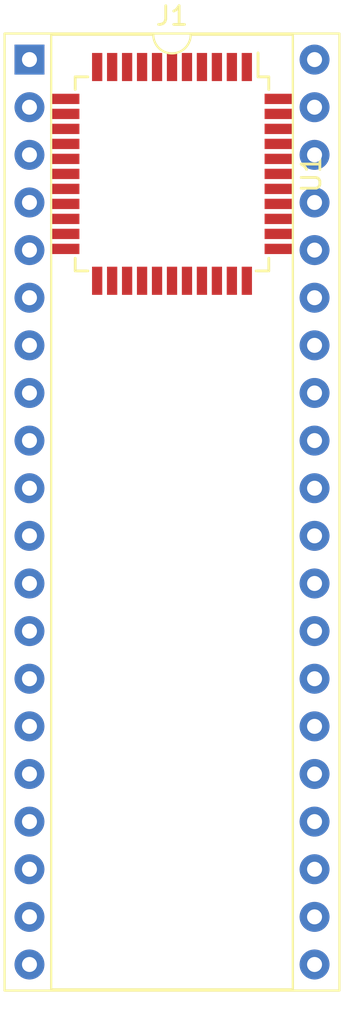
<source format=kicad_pcb>
(kicad_pcb (version 20171130) (host pcbnew 5.1.6)

  (general
    (thickness 1.6)
    (drawings 0)
    (tracks 0)
    (zones 0)
    (modules 2)
    (nets 55)
  )

  (page A4)
  (layers
    (0 F.Cu signal)
    (31 B.Cu signal)
    (32 B.Adhes user)
    (33 F.Adhes user)
    (34 B.Paste user)
    (35 F.Paste user)
    (36 B.SilkS user)
    (37 F.SilkS user)
    (38 B.Mask user)
    (39 F.Mask user)
    (40 Dwgs.User user)
    (41 Cmts.User user)
    (42 Eco1.User user)
    (43 Eco2.User user)
    (44 Edge.Cuts user)
    (45 Margin user)
    (46 B.CrtYd user)
    (47 F.CrtYd user)
    (48 B.Fab user)
    (49 F.Fab user)
  )

  (setup
    (last_trace_width 0.25)
    (trace_clearance 0.2)
    (zone_clearance 0.508)
    (zone_45_only no)
    (trace_min 0.2)
    (via_size 0.8)
    (via_drill 0.4)
    (via_min_size 0.4)
    (via_min_drill 0.3)
    (uvia_size 0.3)
    (uvia_drill 0.1)
    (uvias_allowed no)
    (uvia_min_size 0.2)
    (uvia_min_drill 0.1)
    (edge_width 0.05)
    (segment_width 0.2)
    (pcb_text_width 0.3)
    (pcb_text_size 1.5 1.5)
    (mod_edge_width 0.12)
    (mod_text_size 1 1)
    (mod_text_width 0.15)
    (pad_size 1.524 1.524)
    (pad_drill 0.762)
    (pad_to_mask_clearance 0.05)
    (aux_axis_origin 0 0)
    (visible_elements FFFFFF7F)
    (pcbplotparams
      (layerselection 0x010fc_ffffffff)
      (usegerberextensions false)
      (usegerberattributes true)
      (usegerberadvancedattributes true)
      (creategerberjobfile true)
      (excludeedgelayer true)
      (linewidth 0.100000)
      (plotframeref false)
      (viasonmask false)
      (mode 1)
      (useauxorigin false)
      (hpglpennumber 1)
      (hpglpenspeed 20)
      (hpglpendiameter 15.000000)
      (psnegative false)
      (psa4output false)
      (plotreference true)
      (plotvalue true)
      (plotinvisibletext false)
      (padsonsilk false)
      (subtractmaskfromsilk false)
      (outputformat 1)
      (mirror false)
      (drillshape 1)
      (scaleselection 1)
      (outputdirectory ""))
  )

  (net 0 "")
  (net 1 /VDD)
  (net 2 "Net-(J1-Pad20)")
  (net 3 GND)
  (net 4 /RAMRST)
  (net 5 /AD1)
  (net 6 /AD3)
  (net 7 /INTR)
  (net 8 /AD5)
  (net 9 /~A)
  (net 10 /AD7)
  (net 11 /CLK)
  (net 12 /A9)
  (net 13 /ALE)
  (net 14 /A11)
  (net 15 /IO\~M)
  (net 16 /A13)
  (net 17 /~RD)
  (net 18 /A15)
  (net 19 /A14)
  (net 20 /~WR)
  (net 21 /A12)
  (net 22 /S0)
  (net 23 /A10)
  (net 24 /S1)
  (net 25 /A8)
  (net 26 /~Y0)
  (net 27 /AD6)
  (net 28 /~RESET)
  (net 29 /AD4)
  (net 30 /INTA)
  (net 31 /AD2)
  (net 32 /AD0)
  (net 33 "Net-(J1-Pad22)")
  (net 34 "Net-(J1-Pad21)")
  (net 35 "Net-(U1-Pad44)")
  (net 36 "Net-(U1-Pad38)")
  (net 37 +3V3)
  (net 38 "Net-(U1-Pad32)")
  (net 39 "Net-(U1-Pad20)")
  (net 40 "Net-(U1-Pad19)")
  (net 41 "Net-(U1-Pad18)")
  (net 42 "Net-(U1-Pad16)")
  (net 43 "Net-(U1-Pad14)")
  (net 44 "Net-(U1-Pad13)")
  (net 45 "Net-(U1-Pad12)")
  (net 46 "Net-(U1-Pad11)")
  (net 47 "Net-(U1-Pad9)")
  (net 48 "Net-(U1-Pad8)")
  (net 49 "Net-(U1-Pad7)")
  (net 50 "Net-(U1-Pad6)")
  (net 51 "Net-(U1-Pad5)")
  (net 52 /LED)
  (net 53 "Net-(U1-Pad2)")
  (net 54 "Net-(U1-Pad1)")

  (net_class Default "This is the default net class."
    (clearance 0.2)
    (trace_width 0.25)
    (via_dia 0.8)
    (via_drill 0.4)
    (uvia_dia 0.3)
    (uvia_drill 0.1)
    (add_net +3V3)
    (add_net /A10)
    (add_net /A11)
    (add_net /A12)
    (add_net /A13)
    (add_net /A14)
    (add_net /A15)
    (add_net /A8)
    (add_net /A9)
    (add_net /AD0)
    (add_net /AD1)
    (add_net /AD2)
    (add_net /AD3)
    (add_net /AD4)
    (add_net /AD5)
    (add_net /AD6)
    (add_net /AD7)
    (add_net /ALE)
    (add_net /CLK)
    (add_net /INTA)
    (add_net /INTR)
    (add_net /IO\~M)
    (add_net /LED)
    (add_net /RAMRST)
    (add_net /S0)
    (add_net /S1)
    (add_net /VDD)
    (add_net /~A)
    (add_net /~RD)
    (add_net /~RESET)
    (add_net /~WR)
    (add_net /~Y0)
    (add_net GND)
    (add_net "Net-(J1-Pad20)")
    (add_net "Net-(J1-Pad21)")
    (add_net "Net-(J1-Pad22)")
    (add_net "Net-(U1-Pad1)")
    (add_net "Net-(U1-Pad11)")
    (add_net "Net-(U1-Pad12)")
    (add_net "Net-(U1-Pad13)")
    (add_net "Net-(U1-Pad14)")
    (add_net "Net-(U1-Pad16)")
    (add_net "Net-(U1-Pad18)")
    (add_net "Net-(U1-Pad19)")
    (add_net "Net-(U1-Pad2)")
    (add_net "Net-(U1-Pad20)")
    (add_net "Net-(U1-Pad32)")
    (add_net "Net-(U1-Pad38)")
    (add_net "Net-(U1-Pad44)")
    (add_net "Net-(U1-Pad5)")
    (add_net "Net-(U1-Pad6)")
    (add_net "Net-(U1-Pad7)")
    (add_net "Net-(U1-Pad8)")
    (add_net "Net-(U1-Pad9)")
  )

  (module Package_QFP:TQFP-44_10x10mm_P0.8mm (layer F.Cu) (tedit 5A02F146) (tstamp 5F6D459F)
    (at 152.4 83.312 270)
    (descr "44-Lead Plastic Thin Quad Flatpack (PT) - 10x10x1.0 mm Body [TQFP] (see Microchip Packaging Specification 00000049BS.pdf)")
    (tags "QFP 0.8")
    (path /5F8CB097)
    (attr smd)
    (fp_text reference U1 (at 0 -7.45 90) (layer F.SilkS)
      (effects (font (size 1 1) (thickness 0.15)))
    )
    (fp_text value EPM3064Axx-44 (at 0 7.45 90) (layer F.Fab)
      (effects (font (size 1 1) (thickness 0.15)))
    )
    (fp_text user %R (at 0 0 90) (layer F.Fab)
      (effects (font (size 1 1) (thickness 0.15)))
    )
    (fp_line (start -4 -5) (end 5 -5) (layer F.Fab) (width 0.15))
    (fp_line (start 5 -5) (end 5 5) (layer F.Fab) (width 0.15))
    (fp_line (start 5 5) (end -5 5) (layer F.Fab) (width 0.15))
    (fp_line (start -5 5) (end -5 -4) (layer F.Fab) (width 0.15))
    (fp_line (start -5 -4) (end -4 -5) (layer F.Fab) (width 0.15))
    (fp_line (start -6.7 -6.7) (end -6.7 6.7) (layer F.CrtYd) (width 0.05))
    (fp_line (start 6.7 -6.7) (end 6.7 6.7) (layer F.CrtYd) (width 0.05))
    (fp_line (start -6.7 -6.7) (end 6.7 -6.7) (layer F.CrtYd) (width 0.05))
    (fp_line (start -6.7 6.7) (end 6.7 6.7) (layer F.CrtYd) (width 0.05))
    (fp_line (start -5.175 -5.175) (end -5.175 -4.6) (layer F.SilkS) (width 0.15))
    (fp_line (start 5.175 -5.175) (end 5.175 -4.5) (layer F.SilkS) (width 0.15))
    (fp_line (start 5.175 5.175) (end 5.175 4.5) (layer F.SilkS) (width 0.15))
    (fp_line (start -5.175 5.175) (end -5.175 4.5) (layer F.SilkS) (width 0.15))
    (fp_line (start -5.175 -5.175) (end -4.5 -5.175) (layer F.SilkS) (width 0.15))
    (fp_line (start -5.175 5.175) (end -4.5 5.175) (layer F.SilkS) (width 0.15))
    (fp_line (start 5.175 5.175) (end 4.5 5.175) (layer F.SilkS) (width 0.15))
    (fp_line (start 5.175 -5.175) (end 4.5 -5.175) (layer F.SilkS) (width 0.15))
    (fp_line (start -5.175 -4.6) (end -6.45 -4.6) (layer F.SilkS) (width 0.15))
    (pad 44 smd rect (at -4 -5.7) (size 1.5 0.55) (layers F.Cu F.Paste F.Mask)
      (net 35 "Net-(U1-Pad44)"))
    (pad 43 smd rect (at -3.2 -5.7) (size 1.5 0.55) (layers F.Cu F.Paste F.Mask)
      (net 11 /CLK))
    (pad 42 smd rect (at -2.4 -5.7) (size 1.5 0.55) (layers F.Cu F.Paste F.Mask)
      (net 3 GND))
    (pad 41 smd rect (at -1.6 -5.7) (size 1.5 0.55) (layers F.Cu F.Paste F.Mask)
      (net 5 /AD1))
    (pad 40 smd rect (at -0.8 -5.7) (size 1.5 0.55) (layers F.Cu F.Paste F.Mask)
      (net 32 /AD0))
    (pad 39 smd rect (at 0 -5.7) (size 1.5 0.55) (layers F.Cu F.Paste F.Mask)
      (net 31 /AD2))
    (pad 38 smd rect (at 0.8 -5.7) (size 1.5 0.55) (layers F.Cu F.Paste F.Mask)
      (net 36 "Net-(U1-Pad38)"))
    (pad 37 smd rect (at 1.6 -5.7) (size 1.5 0.55) (layers F.Cu F.Paste F.Mask)
      (net 6 /AD3))
    (pad 36 smd rect (at 2.4 -5.7) (size 1.5 0.55) (layers F.Cu F.Paste F.Mask)
      (net 3 GND))
    (pad 35 smd rect (at 3.2 -5.7) (size 1.5 0.55) (layers F.Cu F.Paste F.Mask)
      (net 37 +3V3))
    (pad 34 smd rect (at 4 -5.7) (size 1.5 0.55) (layers F.Cu F.Paste F.Mask)
      (net 8 /AD5))
    (pad 33 smd rect (at 5.7 -4 270) (size 1.5 0.55) (layers F.Cu F.Paste F.Mask)
      (net 29 /AD4))
    (pad 32 smd rect (at 5.7 -3.2 270) (size 1.5 0.55) (layers F.Cu F.Paste F.Mask)
      (net 38 "Net-(U1-Pad32)"))
    (pad 31 smd rect (at 5.7 -2.4 270) (size 1.5 0.55) (layers F.Cu F.Paste F.Mask)
      (net 27 /AD6))
    (pad 30 smd rect (at 5.7 -1.6 270) (size 1.5 0.55) (layers F.Cu F.Paste F.Mask)
      (net 3 GND))
    (pad 29 smd rect (at 5.7 -0.8 270) (size 1.5 0.55) (layers F.Cu F.Paste F.Mask)
      (net 10 /AD7))
    (pad 28 smd rect (at 5.7 0 270) (size 1.5 0.55) (layers F.Cu F.Paste F.Mask)
      (net 19 /A14))
    (pad 27 smd rect (at 5.7 0.8 270) (size 1.5 0.55) (layers F.Cu F.Paste F.Mask)
      (net 18 /A15))
    (pad 26 smd rect (at 5.7 1.6 270) (size 1.5 0.55) (layers F.Cu F.Paste F.Mask)
      (net 17 /~RD))
    (pad 25 smd rect (at 5.7 2.4 270) (size 1.5 0.55) (layers F.Cu F.Paste F.Mask)
      (net 20 /~WR))
    (pad 24 smd rect (at 5.7 3.2 270) (size 1.5 0.55) (layers F.Cu F.Paste F.Mask)
      (net 15 /IO\~M))
    (pad 23 smd rect (at 5.7 4 270) (size 1.5 0.55) (layers F.Cu F.Paste F.Mask)
      (net 37 +3V3))
    (pad 22 smd rect (at 4 5.7) (size 1.5 0.55) (layers F.Cu F.Paste F.Mask)
      (net 3 GND))
    (pad 21 smd rect (at 3.2 5.7) (size 1.5 0.55) (layers F.Cu F.Paste F.Mask)
      (net 13 /ALE))
    (pad 20 smd rect (at 2.4 5.7) (size 1.5 0.55) (layers F.Cu F.Paste F.Mask)
      (net 39 "Net-(U1-Pad20)"))
    (pad 19 smd rect (at 1.6 5.7) (size 1.5 0.55) (layers F.Cu F.Paste F.Mask)
      (net 40 "Net-(U1-Pad19)"))
    (pad 18 smd rect (at 0.8 5.7) (size 1.5 0.55) (layers F.Cu F.Paste F.Mask)
      (net 41 "Net-(U1-Pad18)"))
    (pad 17 smd rect (at 0 5.7) (size 1.5 0.55) (layers F.Cu F.Paste F.Mask)
      (net 3 GND))
    (pad 16 smd rect (at -0.8 5.7) (size 1.5 0.55) (layers F.Cu F.Paste F.Mask)
      (net 42 "Net-(U1-Pad16)"))
    (pad 15 smd rect (at -1.6 5.7) (size 1.5 0.55) (layers F.Cu F.Paste F.Mask)
      (net 37 +3V3))
    (pad 14 smd rect (at -2.4 5.7) (size 1.5 0.55) (layers F.Cu F.Paste F.Mask)
      (net 43 "Net-(U1-Pad14)"))
    (pad 13 smd rect (at -3.2 5.7) (size 1.5 0.55) (layers F.Cu F.Paste F.Mask)
      (net 44 "Net-(U1-Pad13)"))
    (pad 12 smd rect (at -4 5.7) (size 1.5 0.55) (layers F.Cu F.Paste F.Mask)
      (net 45 "Net-(U1-Pad12)"))
    (pad 11 smd rect (at -5.7 4 270) (size 1.5 0.55) (layers F.Cu F.Paste F.Mask)
      (net 46 "Net-(U1-Pad11)"))
    (pad 10 smd rect (at -5.7 3.2 270) (size 1.5 0.55) (layers F.Cu F.Paste F.Mask)
      (net 3 GND))
    (pad 9 smd rect (at -5.7 2.4 270) (size 1.5 0.55) (layers F.Cu F.Paste F.Mask)
      (net 47 "Net-(U1-Pad9)"))
    (pad 8 smd rect (at -5.7 1.6 270) (size 1.5 0.55) (layers F.Cu F.Paste F.Mask)
      (net 48 "Net-(U1-Pad8)"))
    (pad 7 smd rect (at -5.7 0.8 270) (size 1.5 0.55) (layers F.Cu F.Paste F.Mask)
      (net 49 "Net-(U1-Pad7)"))
    (pad 6 smd rect (at -5.7 0 270) (size 1.5 0.55) (layers F.Cu F.Paste F.Mask)
      (net 50 "Net-(U1-Pad6)"))
    (pad 5 smd rect (at -5.7 -0.8 270) (size 1.5 0.55) (layers F.Cu F.Paste F.Mask)
      (net 51 "Net-(U1-Pad5)"))
    (pad 4 smd rect (at -5.7 -1.6 270) (size 1.5 0.55) (layers F.Cu F.Paste F.Mask)
      (net 52 /LED))
    (pad 3 smd rect (at -5.7 -2.4 270) (size 1.5 0.55) (layers F.Cu F.Paste F.Mask)
      (net 37 +3V3))
    (pad 2 smd rect (at -5.7 -3.2 270) (size 1.5 0.55) (layers F.Cu F.Paste F.Mask)
      (net 53 "Net-(U1-Pad2)"))
    (pad 1 smd rect (at -5.7 -4 270) (size 1.5 0.55) (layers F.Cu F.Paste F.Mask)
      (net 54 "Net-(U1-Pad1)"))
    (model ${KISYS3DMOD}/Package_QFP.3dshapes/TQFP-44_10x10mm_P0.8mm.wrl
      (at (xyz 0 0 0))
      (scale (xyz 1 1 1))
      (rotate (xyz 0 0 0))
    )
  )

  (module Package_DIP:DIP-40_W15.24mm_Socket (layer F.Cu) (tedit 5A02E8C5) (tstamp 5F6D52E8)
    (at 144.78 77.216)
    (descr "40-lead though-hole mounted DIP package, row spacing 15.24 mm (600 mils), Socket")
    (tags "THT DIP DIL PDIP 2.54mm 15.24mm 600mil Socket")
    (path /5F8CF8C1)
    (fp_text reference J1 (at 7.62 -2.33) (layer F.SilkS)
      (effects (font (size 1 1) (thickness 0.15)))
    )
    (fp_text value "M100 System Bus" (at 7.62 50.59) (layer F.Fab)
      (effects (font (size 1 1) (thickness 0.15)))
    )
    (fp_text user %R (at 7.62 24.13) (layer F.Fab)
      (effects (font (size 1 1) (thickness 0.15)))
    )
    (fp_arc (start 7.62 -1.33) (end 6.62 -1.33) (angle -180) (layer F.SilkS) (width 0.12))
    (fp_line (start 1.255 -1.27) (end 14.985 -1.27) (layer F.Fab) (width 0.1))
    (fp_line (start 14.985 -1.27) (end 14.985 49.53) (layer F.Fab) (width 0.1))
    (fp_line (start 14.985 49.53) (end 0.255 49.53) (layer F.Fab) (width 0.1))
    (fp_line (start 0.255 49.53) (end 0.255 -0.27) (layer F.Fab) (width 0.1))
    (fp_line (start 0.255 -0.27) (end 1.255 -1.27) (layer F.Fab) (width 0.1))
    (fp_line (start -1.27 -1.33) (end -1.27 49.59) (layer F.Fab) (width 0.1))
    (fp_line (start -1.27 49.59) (end 16.51 49.59) (layer F.Fab) (width 0.1))
    (fp_line (start 16.51 49.59) (end 16.51 -1.33) (layer F.Fab) (width 0.1))
    (fp_line (start 16.51 -1.33) (end -1.27 -1.33) (layer F.Fab) (width 0.1))
    (fp_line (start 6.62 -1.33) (end 1.16 -1.33) (layer F.SilkS) (width 0.12))
    (fp_line (start 1.16 -1.33) (end 1.16 49.59) (layer F.SilkS) (width 0.12))
    (fp_line (start 1.16 49.59) (end 14.08 49.59) (layer F.SilkS) (width 0.12))
    (fp_line (start 14.08 49.59) (end 14.08 -1.33) (layer F.SilkS) (width 0.12))
    (fp_line (start 14.08 -1.33) (end 8.62 -1.33) (layer F.SilkS) (width 0.12))
    (fp_line (start -1.33 -1.39) (end -1.33 49.65) (layer F.SilkS) (width 0.12))
    (fp_line (start -1.33 49.65) (end 16.57 49.65) (layer F.SilkS) (width 0.12))
    (fp_line (start 16.57 49.65) (end 16.57 -1.39) (layer F.SilkS) (width 0.12))
    (fp_line (start 16.57 -1.39) (end -1.33 -1.39) (layer F.SilkS) (width 0.12))
    (fp_line (start -1.55 -1.6) (end -1.55 49.85) (layer F.CrtYd) (width 0.05))
    (fp_line (start -1.55 49.85) (end 16.8 49.85) (layer F.CrtYd) (width 0.05))
    (fp_line (start 16.8 49.85) (end 16.8 -1.6) (layer F.CrtYd) (width 0.05))
    (fp_line (start 16.8 -1.6) (end -1.55 -1.6) (layer F.CrtYd) (width 0.05))
    (pad 40 thru_hole oval (at 15.24 0) (size 1.6 1.6) (drill 0.8) (layers *.Cu *.Mask)
      (net 1 /VDD))
    (pad 20 thru_hole oval (at 0 48.26) (size 1.6 1.6) (drill 0.8) (layers *.Cu *.Mask)
      (net 2 "Net-(J1-Pad20)"))
    (pad 39 thru_hole oval (at 15.24 2.54) (size 1.6 1.6) (drill 0.8) (layers *.Cu *.Mask)
      (net 3 GND))
    (pad 19 thru_hole oval (at 0 45.72) (size 1.6 1.6) (drill 0.8) (layers *.Cu *.Mask)
      (net 4 /RAMRST))
    (pad 38 thru_hole oval (at 15.24 5.08) (size 1.6 1.6) (drill 0.8) (layers *.Cu *.Mask)
      (net 5 /AD1))
    (pad 18 thru_hole oval (at 0 43.18) (size 1.6 1.6) (drill 0.8) (layers *.Cu *.Mask)
      (net 3 GND))
    (pad 37 thru_hole oval (at 15.24 7.62) (size 1.6 1.6) (drill 0.8) (layers *.Cu *.Mask)
      (net 6 /AD3))
    (pad 17 thru_hole oval (at 0 40.64) (size 1.6 1.6) (drill 0.8) (layers *.Cu *.Mask)
      (net 7 /INTR))
    (pad 36 thru_hole oval (at 15.24 10.16) (size 1.6 1.6) (drill 0.8) (layers *.Cu *.Mask)
      (net 8 /AD5))
    (pad 16 thru_hole oval (at 0 38.1) (size 1.6 1.6) (drill 0.8) (layers *.Cu *.Mask)
      (net 9 /~A))
    (pad 35 thru_hole oval (at 15.24 12.7) (size 1.6 1.6) (drill 0.8) (layers *.Cu *.Mask)
      (net 10 /AD7))
    (pad 15 thru_hole oval (at 0 35.56) (size 1.6 1.6) (drill 0.8) (layers *.Cu *.Mask)
      (net 11 /CLK))
    (pad 34 thru_hole oval (at 15.24 15.24) (size 1.6 1.6) (drill 0.8) (layers *.Cu *.Mask)
      (net 12 /A9))
    (pad 14 thru_hole oval (at 0 33.02) (size 1.6 1.6) (drill 0.8) (layers *.Cu *.Mask)
      (net 13 /ALE))
    (pad 33 thru_hole oval (at 15.24 17.78) (size 1.6 1.6) (drill 0.8) (layers *.Cu *.Mask)
      (net 14 /A11))
    (pad 13 thru_hole oval (at 0 30.48) (size 1.6 1.6) (drill 0.8) (layers *.Cu *.Mask)
      (net 15 /IO\~M))
    (pad 32 thru_hole oval (at 15.24 20.32) (size 1.6 1.6) (drill 0.8) (layers *.Cu *.Mask)
      (net 16 /A13))
    (pad 12 thru_hole oval (at 0 27.94) (size 1.6 1.6) (drill 0.8) (layers *.Cu *.Mask)
      (net 17 /~RD))
    (pad 31 thru_hole oval (at 15.24 22.86) (size 1.6 1.6) (drill 0.8) (layers *.Cu *.Mask)
      (net 18 /A15))
    (pad 11 thru_hole oval (at 0 25.4) (size 1.6 1.6) (drill 0.8) (layers *.Cu *.Mask)
      (net 3 GND))
    (pad 30 thru_hole oval (at 15.24 25.4) (size 1.6 1.6) (drill 0.8) (layers *.Cu *.Mask)
      (net 3 GND))
    (pad 10 thru_hole oval (at 0 22.86) (size 1.6 1.6) (drill 0.8) (layers *.Cu *.Mask)
      (net 19 /A14))
    (pad 29 thru_hole oval (at 15.24 27.94) (size 1.6 1.6) (drill 0.8) (layers *.Cu *.Mask)
      (net 20 /~WR))
    (pad 9 thru_hole oval (at 0 20.32) (size 1.6 1.6) (drill 0.8) (layers *.Cu *.Mask)
      (net 21 /A12))
    (pad 28 thru_hole oval (at 15.24 30.48) (size 1.6 1.6) (drill 0.8) (layers *.Cu *.Mask)
      (net 22 /S0))
    (pad 8 thru_hole oval (at 0 17.78) (size 1.6 1.6) (drill 0.8) (layers *.Cu *.Mask)
      (net 23 /A10))
    (pad 27 thru_hole oval (at 15.24 33.02) (size 1.6 1.6) (drill 0.8) (layers *.Cu *.Mask)
      (net 24 /S1))
    (pad 7 thru_hole oval (at 0 15.24) (size 1.6 1.6) (drill 0.8) (layers *.Cu *.Mask)
      (net 25 /A8))
    (pad 26 thru_hole oval (at 15.24 35.56) (size 1.6 1.6) (drill 0.8) (layers *.Cu *.Mask)
      (net 26 /~Y0))
    (pad 6 thru_hole oval (at 0 12.7) (size 1.6 1.6) (drill 0.8) (layers *.Cu *.Mask)
      (net 27 /AD6))
    (pad 25 thru_hole oval (at 15.24 38.1) (size 1.6 1.6) (drill 0.8) (layers *.Cu *.Mask)
      (net 28 /~RESET))
    (pad 5 thru_hole oval (at 0 10.16) (size 1.6 1.6) (drill 0.8) (layers *.Cu *.Mask)
      (net 29 /AD4))
    (pad 24 thru_hole oval (at 15.24 40.64) (size 1.6 1.6) (drill 0.8) (layers *.Cu *.Mask)
      (net 30 /INTA))
    (pad 4 thru_hole oval (at 0 7.62) (size 1.6 1.6) (drill 0.8) (layers *.Cu *.Mask)
      (net 31 /AD2))
    (pad 23 thru_hole oval (at 15.24 43.18) (size 1.6 1.6) (drill 0.8) (layers *.Cu *.Mask)
      (net 3 GND))
    (pad 3 thru_hole oval (at 0 5.08) (size 1.6 1.6) (drill 0.8) (layers *.Cu *.Mask)
      (net 32 /AD0))
    (pad 22 thru_hole oval (at 15.24 45.72) (size 1.6 1.6) (drill 0.8) (layers *.Cu *.Mask)
      (net 33 "Net-(J1-Pad22)"))
    (pad 2 thru_hole oval (at 0 2.54) (size 1.6 1.6) (drill 0.8) (layers *.Cu *.Mask)
      (net 3 GND))
    (pad 21 thru_hole oval (at 15.24 48.26) (size 1.6 1.6) (drill 0.8) (layers *.Cu *.Mask)
      (net 34 "Net-(J1-Pad21)"))
    (pad 1 thru_hole rect (at 0 0) (size 1.6 1.6) (drill 0.8) (layers *.Cu *.Mask)
      (net 1 /VDD))
    (model ${KISYS3DMOD}/Package_DIP.3dshapes/DIP-40_W15.24mm_Socket.wrl
      (at (xyz 0 0 0))
      (scale (xyz 1 1 1))
      (rotate (xyz 0 0 0))
    )
  )

)

</source>
